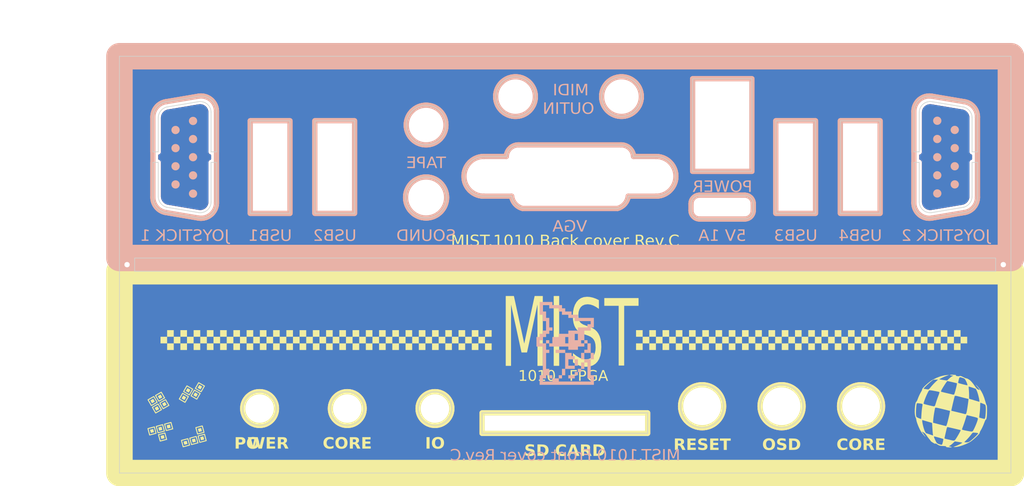
<source format=kicad_pcb>
(kicad_pcb (version 20240108) (generator "pcbnew") (generator_version "8.0")
  (title_block (title "MIST.1010 (covers)") (date "2024-12-31") (rev "C") (company "Eugene Lozovoy") (comment 2 "Thickness: 1.6mm") (comment 3 "Layers: 2") (comment 4 "Dimensions: 134.6x63mm"))
  (layers (0 "F.Cu" signal) (31 "B.Cu" signal) (34 "B.Paste" user) (35 "F.Paste" user) (36 "B.SilkS" user "B.Silkscreen") (37 "F.SilkS" user "F.Silkscreen") (38 "B.Mask" user) (39 "F.Mask" user) (44 "Edge.Cuts" user))
  (net 0 "")
  (net 1 "com")
  (footprint "LOGO" (layer "F.Cu") (at 202.7 114.6)
    (property "Reference" "G***" (hide yes))
    (property "Value" "LOGO" (hide yes))
  )
  (footprint "mygraphic:black-mage-12.5x8.6" (layer "B.Cu") (at 144.5 104.4 180)
    (property "Reference" "G***" (hide yes))
    (property "Value" "LOGO" (hide yes))
  )
  (gr_line (start 84.215403 67.877685) (end 89.141803 67.039485) (stroke (width 0.8)) (layer "B.SilkS"))
  (gr_rect (start 96.95 70.75) (end 102.95 84.75) (stroke (width 0.8)) (fill none) (layer "B.SilkS"))
  (gr_circle (center 88.310009 81.769983) (end 87.810009 81.769983) (stroke (width 0.25)) (fill solid) (layer "B.SilkS"))
  (gr_arc (start 199.857877 85.460511) (mid 197.971072 84.932285) (end 197.14969 83.153412) (stroke (width 0.8)) (layer "B.SilkS"))
  (gr_arc (start 204.784277 67.877681) (mid 206.191688 68.669426) (end 206.74969 70.18478) (stroke (width 0.8)) (layer "B.SilkS"))
  (gr_rect (start 163.744 64.4) (end 172.694 78.4) (stroke (width 0.8)) (fill none) (layer "B.SilkS"))
  (gr_line (start 132.217828 76.15) (end 135.617828 76.15) (stroke (width 0.8)) (layer "B.SilkS"))
  (gr_arc (start 84.215422 84.622298) (mid 82.808018 83.830548) (end 82.250009 82.315199) (stroke (width 0.8)) (layer "B.SilkS"))
  (gr_line (start 172.899 84.3) (end 172.899 83.3) (stroke (width 0.8)) (layer "B.SilkS"))
  (gr_line (start 132.217828 82.15) (end 136.417828 82.15) (stroke (width 0.8)) (layer "B.SilkS"))
  (gr_circle (center 153 67.1) (end 156 67.1) (stroke (width 0.8)) (fill none) (layer "B.SilkS"))
  (gr_circle (center 88.310009 76.259983) (end 87.810009 76.259983) (stroke (width 0.25)) (fill solid) (layer "B.SilkS"))
  (gr_line (start 154.817828 76.15) (end 158.217828 76.15) (stroke (width 0.8)) (layer "B.SilkS"))
  (gr_circle (center 85.670009 77.629983) (end 85.170009 77.629983) (stroke (width 0.25)) (fill solid) (layer "B.SilkS"))
  (gr_arc (start 82.250009 70.184767) (mid 82.807922 68.669337) (end 84.215422 67.877668) (stroke (width 0.8)) (layer "B.SilkS"))
  (gr_line (start 163.499 84.3) (end 163.499 83.3) (stroke (width 0.8)) (layer "B.SilkS"))
  (gr_rect (start 106.7 70.75) (end 112.7 84.75) (stroke (width 0.8)) (fill none) (layer "B.SilkS"))
  (gr_circle (center 200.68 73.51) (end 201.18 73.51) (stroke (width 0.25)) (fill solid) (layer "B.SilkS"))
  (gr_arc (start 138.053367 84) (mid 136.953364 83.324516) (end 136.417828 82.15) (stroke (width 0.8)) (layer "B.SilkS"))
  (gr_line (start 204.784277 84.622311) (end 199.857877 85.460511) (stroke (width 0.8)) (layer "B.SilkS"))
  (gr_line (start 137.492828 74.4) (end 152.907172 74.4) (stroke (width 0.8)) (layer "B.SilkS"))
  (gr_circle (center 200.68 70.75) (end 201.18 70.75) (stroke (width 0.25)) (fill solid) (layer "B.SilkS"))
  (gr_arc (start 199.48649 67.00978) (mid 199.672777 67.017215) (end 199.857877 67.039481) (stroke (width 0.8)) (layer "B.SilkS"))
  (gr_line (start 171.599 85.6) (end 164.799 85.6) (stroke (width 0.8)) (layer "B.SilkS"))
  (gr_line (start 89.141803 85.460515) (end 84.215403 84.622315) (stroke (width 0.8)) (layer "B.SilkS"))
  (gr_circle (center 203.32 77.63) (end 203.82 77.63) (stroke (width 0.25)) (fill solid) (layer "B.SilkS"))
  (gr_circle (center 85.670009 80.379983) (end 85.170009 80.379983) (stroke (width 0.25)) (fill solid) (layer "B.SilkS"))
  (gr_circle (center 123.5 71.4) (end 126.5 71.4) (stroke (width 0.8)) (fill none) (layer "B.SilkS"))
  (gr_line (start 199.857877 67.039481) (end 204.784277 67.877681) (stroke (width 0.8)) (layer "B.SilkS"))
  (gr_arc (start 152.907172 74.4) (mid 154.216898 74.888067) (end 154.817828 76.15) (stroke (width 0.8)) (layer "B.SilkS"))
  (gr_arc (start 158.217828 76.15) (mid 161.217828 79.15) (end 158.217828 82.15) (stroke (width 0.8)) (layer "B.SilkS"))
  (gr_arc (start 89.141803 67.039485) (mid 91.028623 67.567694) (end 91.84999 69.346584) (stroke (width 0.8)) (layer "B.SilkS"))
  (gr_arc (start 89.51319 85.490216) (mid 89.326904 85.482777) (end 89.141803 85.460515) (stroke (width 0.8)) (layer "B.SilkS"))
  (gr_arc (start 163.499 83.3) (mid 163.879761 82.380761) (end 164.799 82) (stroke (width 0.8)) (layer "B.SilkS"))
  (gr_arc (start 206.74969 82.315212) (mid 206.191714 83.830587) (end 204.784277 84.622311) (stroke (width 0.8)) (layer "B.SilkS"))
  (gr_line (start 206.74969 70.18478) (end 206.74969 82.315212) (stroke (width 0.8)) (layer "B.SilkS"))
  (gr_line (start 164.799 82) (end 171.599 82) (stroke (width 0.8)) (layer "B.SilkS"))
  (gr_circle (center 203.32 72.14) (end 203.82 72.14) (stroke (width 0.25)) (fill solid) (layer "B.SilkS"))
  (gr_arc (start 164.799 85.6) (mid 163.879761 85.219239) (end 163.499 84.3) (stroke (width 0.8)) (layer "B.SilkS"))
  (gr_arc (start 135.617827 76.15) (mid 136.196074 74.890085) (end 137.492828 74.4) (stroke (width 0.8)) (layer "B.SilkS"))
  (gr_arc (start 154.017828 82.15) (mid 153.496284 83.315825) (end 152.417831 83.999999) (stroke (width 0.8)) (layer "B.SilkS"))
  (gr_circle (center 203.32 80.37) (end 203.82 80.37) (stroke (width 0.25)) (fill solid) (layer "B.SilkS"))
  (gr_arc (start 132.217828 82.15) (mid 129.217828 79.15) (end 132.217828 76.15) (stroke (width 0.8)) (layer "B.SilkS"))
  (gr_rect (start 186.05 70.75) (end 192.05 84.75) (stroke (width 0.8)) (fill none) (layer "B.SilkS"))
  (gr_circle (center 200.68 81.74) (end 201.18 81.74) (stroke (width 0.25)) (fill solid) (layer "B.SilkS"))
  (gr_circle (center 88.310009 73.519983) (end 87.810009 73.519983) (stroke (width 0.25)) (fill solid) (layer "B.SilkS"))
  (gr_line (start 91.84999 69.346584) (end 91.84999 83.153416) (stroke (width 0.8)) (layer "B.SilkS"))
  (gr_circle (center 123.5 82.35) (end 126.6 82.35) (stroke (width 0.8)) (fill none) (layer "B.SilkS"))
  (gr_arc (start 197.14969 69.34658) (mid 197.83413 67.69422) (end 199.48649 67.00978) (stroke (width 0.8)) (layer "B.SilkS"))
  (gr_circle (center 200.68 76.26) (end 201.18 76.26) (stroke (width 0.25)) (fill solid) (layer "B.SilkS"))
  (gr_circle (center 85.670009 72.149983) (end 85.170009 72.149983) (stroke (width 0.25)) (fill solid) (layer "B.SilkS"))
  (gr_circle (center 88.310009 79.009983) (end 87.810009 79.009983) (stroke (width 0.25)) (fill solid) (layer "B.SilkS"))
  (gr_line (start 197.14969 83.153412) (end 197.14969 69.34658) (stroke (width 0.8)) (layer "B.SilkS"))
  (gr_rect (start 77.2 61) (end 211.8 91.5) (stroke (width 4)) (fill none) (layer "B.SilkS"))
  (gr_line (start 154.017828 82.15) (end 158.217828 82.15) (stroke (width 0.8)) (layer "B.SilkS"))
  (gr_line (start 82.24999 82.315216) (end 82.24999 70.184784) (stroke (width 0.8)) (layer "B.SilkS"))
  (gr_arc (start 91.84999 83.153416) (mid 91.165537 84.805763) (end 89.51319 85.490216) (stroke (width 0.8)) (layer "B.SilkS"))
  (gr_circle (center 203.32 74.89) (end 203.82 74.89) (stroke (width 0.25)) (fill solid) (layer "B.SilkS"))
  (gr_arc (start 172.899 84.3) (mid 172.518239 85.219239) (end 171.599 85.6) (stroke (width 0.8)) (layer "B.SilkS"))
  (gr_circle (center 85.670009 74.889983) (end 85.170009 74.889983) (stroke (width 0.25)) (fill solid) (layer "B.SilkS"))
  (gr_circle (center 88.310009 70.779983) (end 87.810009 70.779983) (stroke (width 0.25)) (fill solid) (layer "B.SilkS"))
  (gr_line (start 138.053367 84) (end 152.417831 83.999999) (stroke (width 0.8)) (layer "B.SilkS"))
  (gr_arc (start 171.599 82) (mid 172.518239 82.380761) (end 172.899 83.3) (stroke (width 0.8)) (layer "B.SilkS"))
  (gr_rect (start 176.3 70.75) (end 182.3 84.75) (stroke (width 0.8)) (fill none) (layer "B.SilkS"))
  (gr_circle (center 200.68 79) (end 201.18 79) (stroke (width 0.25)) (fill solid) (layer "B.SilkS"))
  (gr_circle (center 137 67.1) (end 140 67.1) (stroke (width 0.8)) (fill none) (layer "B.SilkS"))
  (gr_poly (pts (xy 82.728114 117.989269) (xy 81.762191 118.248087) (xy 81.503372 117.282159) (xy 82.469296 117.023339)) (stroke (width 0.15)) (fill none) (layer "F.SilkS"))
  (gr_rect (start 160.2 103.4) (end 161.2 104.4) (fill solid) (layer "F.SilkS"))
  (gr_poly (pts (xy 82.170045 114.055778) (xy 83.036071 113.555777) (xy 83.536071 114.421803) (xy 82.670046 114.921803)) (stroke (width 0.15)) (fill none) (layer "F.SilkS"))
  (gr_poly (pts (xy 89.255035 110.684467) (xy 89.688048 110.934467) (xy 89.438049 111.367479) (xy 89.005036 111.117479)) (fill solid) (layer "F.SilkS"))
  (gr_rect (start 170.2 103.4) (end 171.2 104.4) (fill solid) (layer "F.SilkS"))
  (gr_poly (pts (xy 89.163529 110.34296) (xy 90.029554 110.84296) (xy 89.529554 111.708985) (xy 88.663529 111.208985)) (stroke (width 0.15)) (fill none) (layer "F.SilkS"))
  (gr_rect (start 77.2 93.5) (end 211.8 124) (stroke (width 4)) (fill none) (layer "F.SilkS"))
  (gr_poly (pts (xy 86.737696 111.944627) (xy 87.603721 112.444627) (xy 87.103721 113.310652) (xy 86.237696 112.810652)) (stroke (width 0.15)) (fill none) (layer "F.SilkS"))
  (gr_rect (start 87.4 103.4) (end 88.4 104.4) (fill solid) (layer "F.SilkS"))
  (gr_rect (start 192.2 103.4) (end 193.2 104.4) (fill solid) (layer "F.SilkS"))
  (gr_rect (start 117.4 103.4) (end 118.4 104.4) (fill solid) (layer "F.SilkS"))
  (gr_rect (start 90.4 104.4) (end 91.4 105.4) (fill solid) (layer "F.SilkS"))
  (gr_rect (start 201.2 102.4) (end 202.2 103.4) (fill solid) (layer "F.SilkS"))
  (gr_rect (start 158.2 103.4) (end 159.2 104.4) (fill solid) (layer "F.SilkS"))
  (gr_rect (start 90.4 102.4) (end 91.4 103.4) (fill solid) (layer "F.SilkS"))
  (gr_circle (center 98.36 114.25) (end 100.91 114.25) (stroke (width 0.8)) (fill none) (layer "F.SilkS"))
  (gr_rect (start 101.4 103.4) (end 102.4 104.4) (fill solid) (layer "F.SilkS"))
  (gr_rect (start 112.4 104.4) (end 113.4 105.4) (fill solid) (layer "F.SilkS"))
  (gr_rect (start 111.4 103.4) (end 112.4 104.4) (fill solid) (layer "F.SilkS"))
  (gr_rect (start 98.4 102.4) (end 99.4 103.4) (fill solid) (layer "F.SilkS"))
  (gr_rect (start 179.2 102.4) (end 180.2 103.4) (fill solid) (layer "F.SilkS"))
  (gr_rect (start 191.2 104.4) (end 192.2 105.4) (fill solid) (layer "F.SilkS"))
  (gr_rect (start 95.4 103.4) (end 96.4 104.4) (fill solid) (layer "F.SilkS"))
  (gr_circle (center 124.8375 114.25) (end 127.3875 114.25) (stroke (width 0.8)) (fill none) (layer "F.SilkS"))
  (gr_poly (pts (xy 86.829202 112.286133) (xy 87.262215 112.536132) (xy 87.012214 112.969145) (xy 86.579203 112.719146)) (fill solid) (layer "F.SilkS"))
  (gr_poly (pts (xy 89.044977 117.313966) (xy 89.52794 117.184556) (xy 89.657349 117.667519) (xy 89.174386 117.796929)) (fill solid) (layer "F.SilkS"))
  (gr_rect (start 165.2 102.4) (end 166.2 103.4) (fill solid) (layer "F.SilkS"))
  (gr_rect (start 84.4 104.4) (end 85.4 105.4) (fill solid) (layer "F.SilkS"))
  (gr_rect (start 157.2 102.4) (end 158.2 103.4) (fill solid) (layer "F.SilkS"))
  (gr_rect (start 120.4 102.4) (end 121.4 103.4) (fill solid) (layer "F.SilkS"))
  (gr_poly (pts (xy 89.075255 118.392893) (xy 90.041181 118.134074) (xy 90.3 119.1) (xy 89.334074 119.358819)) (stroke (width 0.15)) (fill none) (layer "F.SilkS"))
  (gr_rect (start 179.2 104.4) (end 180.2 105.4) (fill solid) (layer "F.SilkS"))
  (gr_rect (start 106.4 102.4) (end 107.4 103.4) (fill solid) (layer "F.SilkS"))
  (gr_rect (start 130.4 102.4) (end 131.4 103.4) (fill solid) (layer "F.SilkS"))
  (gr_rect (start 169.2 102.4) (end 170.2 103.4) (fill solid) (layer "F.SilkS"))
  (gr_rect (start 86.4 102.4) (end 87.4 103.4) (fill solid) (layer "F.SilkS"))
  (gr_rect (start 175.2 102.4) (end 176.2 103.4) (fill solid) (layer "F.SilkS"))
  (gr_rect (start 204.2 103.4) (end 205.2 104.4) (fill solid) (layer "F.SilkS"))
  (gr_rect (start 102.4 104.4) (end 103.4 105.4) (fill solid) (layer "F.SilkS"))
  (gr_rect (start 182.2 103.4) (end 183.2 104.4) (fill solid) (layer "F.SilkS"))
  (gr_rect (start 121.4 103.4) (end 122.4 104.4) (fill solid) (layer "F.SilkS"))
  (gr_rect (start 195.2 104.4) (end 196.2 105.4) (fill solid) (layer "F.SilkS"))
  (gr_rect (start 84.4 102.4) (end 85.4 103.4) (fill solid) (layer "F.SilkS"))
  (gr_rect (start 127.4 103.4) (end 128.4 104.4) (fill solid) (layer "F.SilkS"))
  (gr_poly (pts (xy 82.511552 114.147284) (xy 82.944565 113.897284) (xy 83.194565 114.330297) (xy 82.761552 114.580297)) (fill solid) (layer "F.SilkS"))
  (gr_poly (pts (xy 82.42193 117.812488) (xy 81.938968 117.941899) (xy 81.809556 117.458935) (xy 82.29252 117.329524)) (fill solid) (layer "F.SilkS"))
  (gr_poly (pts (xy 87.479203 111.160299) (xy 87.912215 111.4103) (xy 87.662215 111.843313) (xy 87.229202 111.593312)) (fill solid) (layer "F.SilkS"))
  (gr_rect (start 195.2 102.4) (end 196.2 103.4) (fill solid) (layer "F.SilkS"))
  (gr_rect (start 177.2 104.4) (end 178.2 105.4) (fill solid) (layer "F.SilkS"))
  (gr_rect (start 157.2 104.4) (end 158.2 105.4) (fill solid) (layer "F.SilkS"))
  (gr_poly (pts (xy 87.819552 118.729357) (xy 88.785477 118.470538) (xy 89.044296 119.436464) (xy 88.078371 119.695283)) (stroke (width 0.15)) (fill none) (layer "F.SilkS"))
  (gr_rect (start 183.2 102.4) (end 184.2 103.4) (fill solid) (layer "F.SilkS"))
  (gr_poly (pts (xy 88.513529 111.468793) (xy 89.379555 111.968793) (xy 88.879554 112.834819) (xy 88.013529 112.334819)) (stroke (width 0.15)) (fill none) (layer "F.SilkS"))
  (gr_rect (start 162.2 103.4) (end 163.2 104.4) (fill solid) (layer "F.SilkS"))
  (gr_poly (pts (xy 84.014779 116.609231) (xy 84.980705 116.350413) (xy 85.239524 117.316337) (xy 84.273598 117.575156)) (stroke (width 0.15)) (fill none) (layer "F.SilkS"))
  (gr_rect (start 126.4 104.4) (end 127.4 105.4) (fill solid) (layer "F.SilkS"))
  (gr_poly (pts (xy 83.677634 117.476025) (xy 83.19467 117.605436) (xy 83.065263 117.122472) (xy 83.548225 116.993063)) (fill solid) (layer "F.SilkS"))
  (gr_rect (start 122.4 104.4) (end 123.4 105.4) (fill solid) (layer "F.SilkS"))
  (gr_rect (start 155.2 104.4) (end 156.2 105.4) (fill solid) (layer "F.SilkS"))
  (gr_rect (start 114.4 104.4) (end 115.4 105.4) (fill solid) (layer "F.SilkS"))
  (gr_rect (start 161.2 104.4) (end 162.2 105.4) (fill solid) (layer "F.SilkS"))
  (gr_rect (start 105.4 103.4) (end 106.4 104.4) (fill solid) (layer "F.SilkS"))
  (gr_rect (start 186.2 103.4) (end 187.2 104.4) (fill solid) (layer "F.SilkS"))
  (gr_rect (start 155.2 102.4) (end 156.2 103.4) (fill solid) (layer "F.SilkS"))
  (gr_rect (start 193.2 104.4) (end 194.2 105.4) (fill solid) (layer "F.SilkS"))
  (gr_poly (pts (xy 81.520046 112.929945) (xy 82.386072 112.429945) (xy 82.886072 113.29597) (xy 82.020046 113.79597)) (stroke (width 0.15)) (fill none) (layer "F.SilkS"))
  (gr_circle (center 111.6 114.25) (end 114.15 114.25) (stroke (width 0.8)) (fill none) (layer "F.SilkS"))
  (gr_rect (start 166.2 103.4) (end 167.2 104.4) (fill solid) (layer "F.SilkS"))
  (gr_rect (start 163.2 104.4) (end 164.2 105.4) (fill solid) (layer "F.SilkS"))
  (gr_rect (start 156.2 103.4) (end 157.2 104.4) (fill solid) (layer "F.SilkS"))
  (gr_rect (start 173.2 104.4) (end 174.2 105.4) (fill solid) (layer "F.SilkS"))
  (gr_rect (start 164.2 103.4) (end 165.2 104.4) (fill solid) (layer "F.SilkS"))
  (gr_poly (pts (xy 87.387696 110.818793) (xy 88.253722 111.318793) (xy 87.753722 112.184819) (xy 86.887696 111.684819)) (stroke (width 0.15)) (fill none) (layer "F.SilkS"))
  (gr_rect (start 93.4 103.4) (end 94.4 104.4) (fill solid) (layer "F.SilkS"))
  (gr_rect (start 180.2 103.4) (end 181.2 104.4) (fill solid) (layer "F.SilkS"))
  (gr_rect (start 176.2 103.4) (end 177.2 104.4) (fill solid) (layer "F.SilkS"))
  (gr_rect (start 190.2 103.4) (end 191.2 104.4) (fill solid) (layer "F.SilkS"))
  (gr_rect (start 132.4 102.4) (end 133.4 103.4) (fill solid) (layer "F.SilkS"))
  (gr_rect (start 96.4 104.4) (end 97.4 105.4) (fill solid) (layer "F.SilkS"))
  (gr_rect (start 163.2 102.4) (end 164.2 103.4) (fill solid) (layer "F.SilkS"))
  (gr_rect (start 109.4 103.4) (end 110.4 104.4) (fill solid) (layer "F.SilkS"))
  (gr_rect (start 159.2 102.4) (end 160.2 103.4) (fill solid) (layer "F.SilkS"))
  (gr_rect (start 124.4 104.4) (end 125.4 105.4) (fill solid) (layer "F.SilkS"))
  (gr_rect (start 103.4 103.4) (end 104.4 104.4) (fill solid) (layer "F.SilkS"))
  (gr_rect (start 187.2 104.4) (end 188.2 105.4) (fill solid) (layer "F.SilkS"))
  (gr_rect (start 124.4 102.4) (end 125.4 103.4) (fill solid) (layer "F.SilkS"))
  (gr_rect (start 83.4 103.4) (end 84.4 104.4) (fill solid) (layer "F.SilkS"))
  (gr_rect (start 108.4 104.4) (end 109.4 105.4) (fill solid) (layer "F.SilkS"))
  (gr_rect (start 174.2 103.4) (end 175.2 104.4) (fill solid) (layer "F.SilkS"))
  (gr_rect (start 104.4 102.4) (end 105.4 103.4) (fill solid) (layer "F.SilkS"))
  (gr_rect (start 159.2 104.4) (end 160.2 105.4) (fill solid) (layer "F.SilkS"))
  (gr_rect (start 118.4 102.4) (end 119.4 103.4) (fill solid) (layer "F.SilkS"))
  (gr_rect (start 112.4 102.4) (end 113.4 103.4) (fill solid) (layer "F.SilkS"))
  (gr_rect (start 131.4 103.4) (end 132.4 104.4) (fill solid) (layer "F.SilkS"))
  (gr_rect (start 203.2 102.4) (end 204.2 103.4) (fill solid) (layer "F.SilkS"))
  (gr_rect (start 197.2 104.4) (end 198.2 105.4) (fill solid) (layer "F.SilkS"))
  (gr_poly (pts (xy 83.98382 117.652801) (xy 83.017894 117.91162) (xy 82.759073 116.945694) (xy 83.725001 116.686876)) (stroke (width 0.15)) (fill none) (layer "F.SilkS"))
  (gr_rect (start 130.4 104.4) (end 131.4 105.4) (fill solid) (layer "F.SilkS"))
  (gr_rect (start 116.4 104.4) (end 117.4 105.4) (fill solid) (layer "F.SilkS"))
  (gr_rect (start 188.2 103.4) (end 189.2 104.4) (fill solid) (layer "F.SilkS"))
  (gr_poly (pts (xy 82.645878 112.279945) (xy 83.511904 111.779945) (xy 84.011904 112.64597) (xy 83.145878 113.14597)) (stroke (width 0.15)) (fill none) (layer "F.SilkS"))
  (gr_rect (start 178.2 103.4) (end 179.2 104.4) (fill solid) (layer "F.SilkS"))
  (gr_rect (start 99.4 103.4) (end 100.4 104.4) (fill solid) (layer "F.SilkS"))
  (gr_rect (start 199.2 104.4) (end 200.2 105.4) (fill solid) (layer "F.SilkS"))
  (gr_rect (start 181.2 102.4) (end 182.2 103.4) (fill solid) (layer "F.SilkS"))
  (gr_rect (start 198.2 103.4) (end 199.2 104.4) (fill solid) (layer "F.SilkS"))
  (gr_rect (start 92.4 104.4) (end 93.4 105.4) (fill solid) (layer "F.SilkS"))
  (gr_rect (start 91.4 103.4) (end 92.4 104.4) (fill solid) (layer "F.SilkS"))
  (gr_rect (start 125.4 103.4) (end 126.4 104.4) (fill solid) (layer "F.SilkS"))
  (gr_rect (start 100.4 102.4) (end 101.4 103.4) (fill solid) (layer "F.SilkS"))
  (gr_rect (start 88.4 102.4) (end 89.4 103.4) (fill solid) (layer "F.SilkS"))
  (gr_poly (pts (xy 83.637385 113.497284) (xy 84.070398 113.247284) (xy 84.320398 113.680297) (xy 83.887385 113.930296)) (fill solid) (layer "F.SilkS"))
  (gr_rect (start 189.2 102.4) (end 190.2 103.4) (fill solid) (layer "F.SilkS"))
  (gr_rect (start 197.2 102.4) (end 198.2 103.4) (fill solid) (layer "F.SilkS"))
  (gr_rect (start 116.4 102.4) (end 117.4 103.4) (fill solid) (layer "F.SilkS"))
  (gr_rect (start 202.2 103.4) (end 203.2 104.4) (fill solid) (layer "F.SilkS"))
  (gr_rect (start 122.4 102.4) (end 123.4 103.4) (fill solid) (layer "F.SilkS"))
  (gr_rect (start 171.2 104.4) (end 172.2 105.4) (fill solid) (layer "F.SilkS"))
  (gr_rect (start 167.2 104.4) (end 168.2 105.4) (fill solid) (layer "F.SilkS"))
  (gr_rect (start 94.4 104.4) (end 95.4 105.4) (fill solid) (layer "F.SilkS"))
  (gr_circle (center 177.175 113.9) (end 180.425 113.9) (stroke (width 0.8)) (fill none) (layer "F.SilkS"))
  (gr_rect (start 106.4 104.4) (end 107.4 105.4) (fill solid) (layer "F.SilkS"))
  (gr_rect (start 128.4 104.4) (end 129.4 105.4) (fill solid) (layer "F.SilkS"))
  (gr_rect (start 94.4 102.4) (end 95.4 103.4) (fill solid) (layer "F.SilkS"))
  (gr_rect (start 169.2 104.4) (end 170.2 105.4) (fill solid) (layer "F.SilkS"))
  (gr_rect (start 184.2 103.4) (end 185.2 104.4) (fill solid) (layer "F.SilkS"))
  (gr_rect (start 168.2 103.4) (end 169.2 104.4) (fill solid) (layer "F.SilkS"))
  (gr_rect (start 97.4 103.4) (end 98.4 104.4) (fill solid) (layer "F.SilkS"))
  (gr_poly (pts (xy 89.381441 118.569669) (xy 89.864404 118.44026) (xy 89.993814 118.923223) (xy 89.510851 119.052632)) (fill solid) (layer "F.SilkS"))
  (gr_rect (start 200.2 103.4) (end 201.2 104.4) (fill solid) (layer "F.SilkS"))
  (gr_rect (start 119.4 103.4) (end 120.4 104.4) (fill solid) (layer "F.SilkS"))
  (gr_poly (pts (xy 84.320284 118.908507) (xy 83.35436 119.167327) (xy 83.095541 118.201398) (xy 84.061466 117.94258)) (stroke (width 0.15)) (fill none) (layer "F.SilkS"))
  (gr_rect (start 89.4 103.4) (end 90.4 104.4) (fill solid) (layer "F.SilkS"))
  (gr_rect (start 181.2 104.4) (end 182.2 105.4) (fill solid) (layer "F.SilkS"))
  (gr_rect (start 92.4 102.4) (end 93.4 103.4) (fill solid) (layer "F.SilkS"))
  (gr_rect (start 110.4 102.4) (end 111.4 103.4) (fill solid) (layer "F.SilkS"))
  (gr_rect (start 167.2 102.4) (end 168.2 103.4) (fill solid) (layer "F.SilkS"))
  (gr_circle (center 165.175 113.9) (end 168.425 113.9) (stroke (width 0.8)) (fill none) (layer "F.SilkS"))
  (gr_poly (pts (xy 84.933335 117.139562) (xy 84.450375 117.268969) (xy 84.320964 116.786004) (xy 84.803927 116.656597)) (fill solid) (layer "F.SilkS"))
  (gr_rect (start 102.4 102.4) (end 103.4 103.4) (fill solid) (layer "F.SilkS"))
  (gr_poly (pts (xy 81.861552 113.021451) (xy 82.294565 112.771451) (xy 82.544564 113.204464) (xy 82.111552 113.454464)) (fill solid) (layer "F.SilkS"))
  (gr_rect (start 123.4 103.4) (end 124.4 104.4) (fill solid) (layer "F.SilkS"))
  (gr_rect (start 193.2 102.4) (end 194.2 103.4) (fill solid) (layer "F.SilkS"))
  (gr_rect (start 183.2 104.4) (end 184.2 105.4) (fill solid) (layer "F.SilkS"))
  (gr_rect (start 115.4 103.4) (end 116.4 104.4) (fill solid) (layer "F.SilkS"))
  (gr_rect (start 88.4 104.4) (end 89.4 105.4) (fill solid) (layer "F.SilkS"))
  (gr_rect (start 114.4 102.4) (end 115.4 103.4) (fill solid) (layer "F.SilkS"))
  (gr_rect (start 191.2 102.4) (end 192.2 103.4) (fill solid) (layer "F.SilkS"))
  (gr_poly (pts (xy 86.563848 119.065822) (xy 87.529774 118.807003) (xy 87.788593 119.772929) (xy 86.822667 120.031748)) (stroke (width 0.15)) (fill none) (layer "F.SilkS"))
  (gr_circle (center 189.175 113.9) (end 192.425 113.9) (stroke (width 0.8)) (fill none) (layer "F.SilkS"))
  (gr_poly (pts (xy 84.014099 118.731728) (xy 83.531137 118.861137) (xy 83.401725 118.378177) (xy 83.884689 118.248767)) (fill solid) (layer "F.SilkS"))
  (gr_rect (start 107.4 103.4) (end 108.4 104.4) (fill solid) (layer "F.SilkS"))
  (gr_rect (start 108.4 102.4) (end 109.4 103.4) (fill solid) (layer "F.SilkS"))
  (gr_rect (start 185.2 102.4) (end 186.2 103.4) (fill solid) (layer "F.SilkS"))
  (gr_rect (start 104.4 104.4) (end 105.4 105.4) (fill solid) (layer "F.SilkS"))
  (gr_rect (start 196.2 103.4) (end 197.2 104.4) (fill solid) (layer "F.SilkS"))
  (gr_rect (start 96.4 102.4) (end 97.4 103.4) (fill solid) (layer "F.SilkS"))
  (gr_poly (pts (xy 83.295879 113.405778) (xy 84.161904 112.905778) (xy 84.661904 113.771804) (xy 83.795879 114.271804)) (stroke (width 0.15)) (fill none) (layer "F.SilkS"))
  (gr_rect (start 177.2 102.4) (end 178.2 103.4) (fill solid) (layer "F.SilkS"))
  (gr_rect (start 129.4 103.4) (end 130.4 104.4) (fill solid) (layer "F.SilkS"))
  (gr_rect (start 185.2 104.4) (end 186.2 105.4) (fill solid) (layer "F.SilkS"))
  (gr_rect (start 86.4 104.4) (end 87.4 105.4) (fill solid) (layer "F.SilkS"))
  (gr_rect (start 172.2 103.4) (end 173.2 104.4) (fill solid) (layer "F.SilkS"))
  (gr_rect (start 126.4 102.4) (end 127.4 103.4) (fill solid) (layer "F.SilkS"))
  (gr_rect (start 100.4 104.4) (end 101.4 105.4) (fill solid) (layer "F.SilkS"))
  (gr_rect (start 203.2 104.4) (end 204.2 105.4) (fill solid) (layer "F.SilkS"))
  (gr_rect (start 110.4 104.4) (end 111.4 105.4) (fill solid) (layer "F.SilkS"))
  (gr_poly (pts (xy 88.125738 118.906134) (xy 88.608701 118.776725) (xy 88.73811 119.259688) (xy 88.255147 119.389097)) (fill solid) (layer "F.SilkS"))
  (gr_rect (start 194.2 103.4) (end 195.2 104.4) (fill solid) (layer "F.SilkS"))
  (gr_rect (start 189.2 104.4) (end 190.2 105.4) (fill solid) (layer "F.SilkS"))
  (gr_rect (start 187.2 102.4) (end 188.2 103.4) (fill solid) (layer "F.SilkS"))
  (gr_rect (start 199.2 102.4) (end 200.2 103.4) (fill solid) (layer "F.SilkS"))
  (gr_rect (start 132.4 104.4) (end 133.4 105.4) (fill solid) (layer "F.SilkS"))
  (gr_rect (start 85.4 103.4) (end 86.4 104.4) (fill solid) (layer "F.SilkS"))
  (gr_rect (start 118.4 104.4) (end 119.4 105.4) (fill solid) (layer "F.SilkS"))
  (gr_rect (start 113.4 103.4) (end 114.4 104.4) (fill solid) (layer "F.SilkS"))
  (gr_rect (start 98.4 104.4) (end 99.4 105.4) (fill solid) (layer "F.SilkS"))
  (gr_poly (pts (xy 88.73879 117.137189) (xy 89.704716 116.87837) (xy 89.963535 117.844296) (xy 88.997609 118.103115)) (stroke (width 0.15)) (fill none) (layer "F.SilkS"))
  (gr_rect (start 201.2 104.4) (end 202.2 105.4) (fill solid) (layer "F.SilkS"))
  (gr_rect (start 173.2 102.4) (end 174.2 103.4) (fill solid) (layer "F.SilkS"))
  (gr_rect (start 128.4 102.4) (end 129.4 103.4) (fill solid) (layer "F.SilkS"))
  (gr_rect (start 161.2 102.4) (end 162.2 103.4) (fill solid) (layer "F.SilkS"))
  (gr_rect (start 120.4 104.4) (end 121.4 105.4) (fill solid) (layer "F.SilkS"))
  (gr_poly (pts (xy 88.605035 111.810299) (xy 89.038048 112.0603) (xy 88.788048 112.493313) (xy 88.355036 112.243312)) (fill solid) (layer "F.SilkS"))
  (gr_rect (start 165.2 104.4) (end 166.2 105.4) (fill solid) (layer "F.SilkS"))
  (gr_poly (pts (xy 82.987386 112.371451) (xy 83.420397 112.121451) (xy 83.670398 112.554463) (xy 83.237385 112.804464)) (fill solid) (layer "F.SilkS"))
  (gr_rect (start 131.95 114.9) (end 156.95 118) (stroke (width 0.8)) (fill none) (layer "F.SilkS"))
  (gr_rect (start 175.2 104.4) (end 176.2 105.4) (fill solid) (layer "F.SilkS"))
  (gr_rect (start 171.2 102.4) (end 172.2 103.4) (fill solid) (layer "F.SilkS"))
  (gr_poly (pts (xy 86.870034 119.242599) (xy 87.352997 119.113189) (xy 87.482407 119.596152) (xy 86.999444 119.725562)) (fill solid) (layer "F.SilkS"))
  (gr_arc (start 91.85 83.153416) (mid 91.165567 84.80579) (end 89.51319 85.490216) (stroke (width 0.1)) (layer "Edge.Cuts"))
  (gr_line (start 205.939389 77.049975) (end 205.939389 82.253069) (stroke (width 0.1)) (layer "Edge.Cuts"))
  (gr_line (start 91.84999 77.049996) (end 91.03999 77.049996) (stroke (width 0.1)) (layer "Edge.Cuts"))
  (gr_line (start 171.599 85.6) (end 164.799 85.6) (stroke (width 0.1)) (layer "Edge.Cuts"))
  (gr_line (start 84.331589 83.824808) (end 89.1124 84.629552) (stroke (width 0.1)) (layer "Edge.Cuts"))
  (gr_arc (start 132.217828 82.15) (mid 129.217828 79.15) (end 132.217828 76.15) (stroke (width 0.1)) (layer "Edge.Cuts"))
  (gr_arc (start 84.331589 83.824808) (mid 83.438779 83.246809) (end 83.05968 82.25309) (stroke (width 0.1)) (layer "Edge.Cuts"))
  (gr_rect (start 131.95 114.9) (end 156.95 118) (stroke (width 0.1)) (fill none) (layer "Edge.Cuts"))
  (gr_line (start 83.05968 77.049996) (end 82.24968 77.049996) (stroke (width 0.1)) (layer "Edge.Cuts"))
  (gr_arc (start 206.74968 82.315212) (mid 206.191763 83.830636) (end 204.784267 84.622311) (stroke (width 0.1)) (layer "Edge.Cuts"))
  (gr_line (start 84.215403 67.877685) (end 89.141803 67.039485) (stroke (width 0.1)) (layer "Edge.Cuts"))
  (gr_arc (start 154.017828 82.15) (mid 153.496284 83.315825) (end 152.417831 83.999999) (stroke (width 0.1)) (layer "Edge.Cuts"))
  (gr_circle (center 98.36 114.25) (end 100.91 114.25) (stroke (width 0.1)) (fill none) (layer "Edge.Cuts"))
  (gr_arc (start 152.907172 74.4) (mid 154.216898 74.888067) (end 154.817828 76.15) (stroke (width 0.1)) (layer "Edge.Cuts"))
  (gr_line (start 83.0603 75.450004) (end 83.0603 70.24691) (stroke (width 0.1)) (layer "Edge.Cuts"))
  (gr_arc (start 205.939388 82.253069) (mid 205.560287 83.246781) (end 204.667479 83.824787) (stroke (width 0.1)) (layer "Edge.Cuts"))
  (gr_line (start 204.784286 84.622294) (end 199.857886 85.460494) (stroke (width 0.1)) (layer "Edge.Cuts"))
  (gr_line (start 84.33221 68.675192) (end 89.1124 67.870448) (stroke (width 0.1)) (layer "Edge.Cuts"))
  (gr_circle (center 165.175 113.9) (end 168.425 113.9) (stroke (width 0.1)) (fill none) (layer "Edge.Cuts"))
  (gr_arc (start 84.215422 84.622298) (mid 82.808038 83.83053) (end 82.250009 82.315199) (stroke (width 0.1)) (layer "Edge.Cuts"))
  (gr_circle (center 124.8375 114.25) (end 127.3875 114.25) (stroke (width 0.1)) (fill none) (layer "Edge.Cuts"))
  (gr_circle (center 137 67.1) (end 140 67.1) (stroke (width 0.1)) (fill none) (layer "Edge.Cuts"))
  (gr_line (start 204.6681 68.675171) (end 199.887289 67.870427) (stroke (width 0.1)) (layer "Edge.Cuts"))
  (gr_line (start 197.959699 77.049975) (end 197.959685 83.056929) (stroke (width 0.1)) (layer "Edge.Cuts"))
  (gr_line (start 154.817828 76.15) (end 158.217828 76.15) (stroke (width 0.1)) (layer "Edge.Cuts"))
  (gr_line (start 132.217828 82.15) (end 136.417828 82.15) (stroke (width 0.1)) (layer "Edge.Cuts"))
  (gr_line (start 91.03999 77.049996) (end 91.040004 83.05695) (stroke (width 0.1)) (layer "Edge.Cuts"))
  (gr_line (start 172.899 84.3) (end 172.899 83.3) (stroke (width 0.1)) (layer "Edge.Cuts"))
  (gr_line (start 205.940009 75.449983) (end 205.940009 70.246889) (stroke (width 0.1)) (layer "Edge.Cuts"))
  (gr_line (start 91.84999 75.450004) (end 91.03999 75.450004) (stroke (width 0.1)) (layer "Edge.Cuts"))
  (gr_arc (start 204.784267 67.877681) (mid 206.191642 68.669452) (end 206.74968 70.18478) (stroke (width 0.1)) (layer "Edge.Cuts"))
  (gr_arc (start 138.053367 84) (mid 136.953364 83.324516) (end 136.417828 82.15) (stroke (width 0.1)) (layer "Edge.Cuts"))
  (gr_line (start 83.0603 75.450004) (end 82.2503 75.450004) (stroke (width 0.1)) (layer "Edge.Cuts"))
  (gr_line (start 211.8 124) (end 77.2 124) (stroke (width 0.1)) (layer "Edge.Cuts"))
  (gr_line (start 197.149699 83.153395) (end 197.149699 77.049975) (stroke (width 0.1)) (layer "Edge.Cuts"))
  (gr_line (start 154.017828 82.15) (end 158.217828 82.15) (stroke (width 0.1)) (layer "Edge.Cuts"))
  (gr_line (start 77.2 61) (end 211.8 61) (stroke (width 0.1)) (layer "Edge.Cuts"))
  (gr_arc (start 199.857886 85.460494) (mid 197.971082 84.932265) (end 197.149682 83.153395) (stroke (width 0.1)) (layer "Edge.Cuts"))
  (gr_line (start 204.667479 83.824787) (end 199.887289 84.629531) (stroke (width 0.1)) (layer "Edge.Cuts"))
  (gr_circle (center 153 67.1) (end 156 67.1) (stroke (width 0.1)) (fill none) (layer "Edge.Cuts"))
  (gr_arc (start 197.149689 69.346563) (mid 197.834136 67.694207) (end 199.486499 67.009763) (stroke (width 0.1)) (layer "Edge.Cuts"))
  (gr_line (start 206.749699 70.184763) (end 206.750009 75.449983) (stroke (width 0.1)) (layer "Edge.Cuts"))
  (gr_line (start 77.2 124) (end 77.2 61) (stroke (width 0.1)) (layer "Edge.Cuts"))
  (gr_arc (start 171.599 82) (mid 172.518239 82.380761) (end 172.899 83.3) (stroke (width 0.1)) (layer "Edge.Cuts"))
  (gr_line (start 206.749389 77.049975) (end 206.749699 82.315195) (stroke (width 0.1)) (layer "Edge.Cuts"))
  (gr_arc (start 89.1124 67.870448) (mid 90.432916 68.219511) (end 91.040004 69.44305) (stroke (width 0.1)) (layer "Edge.Cuts"))
  (gr_arc (start 89.51319 85.490216) (mid 89.326903 85.482779) (end 89.141803 85.460515) (stroke (width 0.1)) (layer "Edge.Cuts"))
  (gr_arc (start 135.617829 76.15) (mid 136.196063 74.890057) (end 137.49283 74.399948) (stroke (width 0.1)) (layer "Edge.Cuts"))
  (gr_arc (start 83.060301 70.24691) (mid 83.4394 69.253191) (end 84.33221 68.675192) (stroke (width 0.1)) (layer "Edge.Cuts"))
  (gr_arc (start 164.799 85.6) (mid 163.879761 85.219239) (end 163.499 84.3) (stroke (width 0.1)) (layer "Edge.Cuts"))
  (gr_circle (center 189.175 113.9) (end 192.425 113.9) (stroke (width 0.1)) (fill none) (layer "Edge.Cuts"))
  (gr_arc (start 204.6681 68.675171) (mid 205.560926 69.253165) (end 205.940009 70.246889) (stroke (width 0.1)) (layer "Edge.Cuts"))
  (gr_line (start 91.03999 75.450004) (end 91.040004 69.44305) (stroke (width 0.1)) (layer "Edge.Cuts"))
  (gr_line (start 205.940009 75.449983) (end 206.750009 75.449983) (stroke (width 0.1)) (layer "Edge.Cuts"))
  (gr_line (start 79.5 91.5) (end 79.5 93.5) (stroke (width 0.1)) (layer "Edge.Cuts"))
  (gr_line (start 205.939389 77.049975) (end 206.749389 77.049975) (stroke (width 0.1)) (layer "Edge.Cuts"))
  (gr_line (start 209.5 93.5) (end 209.5 91.5) (stroke (width 0.1)) (layer "Edge.Cuts"))
  (gr_line (start 211.8 61) (end 211.8 124) (stroke (width 0.1)) (layer "Edge.Cuts"))
  (gr_arc (start 158.217828 76.15) (mid 161.217828 79.15) (end 158.217828 82.15) (stroke (width 0.1)) (layer "Edge.Cuts"))
  (gr_arc (start 163.499 83.3) (mid 163.879761 82.380761) (end 164.799 82) (stroke (width 0.1)) (layer "Edge.Cuts"))
  (gr_arc (start 172.899 84.3) (mid 172.518239 85.219239) (end 171.599 85.6) (stroke (width 0.1)) (layer "Edge.Cuts"))
  (gr_arc (start 199.486499 67.009763) (mid 199.672785 67.017205) (end 199.857886 67.039464) (stroke (width 0.1)) (layer "Edge.Cuts"))
  (gr_line (start 83.05968 77.049996) (end 83.05968 82.25309) (stroke (width 0.1)) (layer "Edge.Cuts"))
  (gr_arc (start 82.250009 70.184767) (mid 82.807922 68.669337) (end 84.215422 67.877668) (stroke (width 0.1)) (layer "Edge.Cuts"))
  (gr_arc (start 89.141803 67.039485) (mid 91.028624 67.567698) (end 91.850007 69.346584) (stroke (width 0.1)) (layer "Edge.Cuts"))
  (gr_arc (start 91.040004 83.05695) (mid 90.432914 84.280488) (end 89.1124 84.629552) (stroke (width 0.1)) (layer "Edge.Cuts"))
  (gr_rect (start 186.05 70.75) (end 192.05 84.75) (stroke (width 0.1)) (fill none) (layer "Edge.Cuts"))
  (gr_line (start 197.959699 75.449983) (end 197.959685 69.443029) (stroke (width 0.1)) (layer "Edge.Cuts"))
  (gr_line (start 197.149699 77.049975) (end 197.959699 77.049975) (stroke (width 0.1)) (layer "Edge.Cuts"))
  (gr_circle (center 111.6 114.25) (end 114.15 114.25) (stroke (width 0.1)) (fill none) (layer "Edge.Cuts"))
  (gr_rect (start 176.3 70.75) (end 182.3 84.75) (stroke (width 0.1)) (fill none) (layer "Edge.Cuts"))
  (gr_line (start 89.141803 85.460515) (end 84.215403 84.622315) (stroke (width 0.1)) (layer "Edge.Cuts"))
  (gr_line (start 197.149699 75.449983) (end 197.959699 75.449983) (stroke (width 0.1)) (layer "Edge.Cuts"))
  (gr_line (start 137.492828 74.4) (end 152.907172 74.4) (stroke (width 0.1)) (layer "Edge.Cuts"))
  (gr_line (start 197.149699 75.449983) (end 197.149689 69.346563) (stroke (width 0.1)) (layer "Edge.Cuts"))
  (gr_rect (start 96.95 70.75) (end 102.95 84.75) (stroke (width 0.1)) (fill none) (layer "Edge.Cuts"))
  (gr_rect (start 163.744 64.4) (end 172.694 78.4) (stroke (width 0.1)) (fill none) (layer "Edge.Cuts"))
  (gr_line (start 79.5 93.5) (end 209.5 93.5) (stroke (width 0.1)) (layer "Edge.Cuts"))
  (gr_arc (start 197.959685 69.443029) (mid 198.566786 68.219533) (end 199.887289 67.870427) (stroke (width 0.1)) (layer "Edge.Cuts"))
  (gr_line (start 82.2503 75.450004) (end 82.24999 70.184784) (stroke (width 0.1)) (layer "Edge.Cuts"))
  (gr_rect (start 106.7 70.75) (end 112.7 84.75) (stroke (width 0.1)) (fill none) (layer "Edge.Cuts"))
  (gr_arc (start 199.887289 84.629531) (mid 198.566744 84.280487) (end 197.959685 83.056929) (stroke (width 0.1)) (layer "Edge.Cuts"))
  (gr_line (start 164.799 82) (end 171.599 82) (stroke (width 0.1)) (layer "Edge.Cuts"))
  (gr_line (start 132.217828 76.15) (end 135.617828 76.15) (stroke (width 0.1)) (layer "Edge.Cuts"))
  (gr_line (start 199.857886 67.039464) (end 204.784286 67.877664) (stroke (width 0.1)) (layer "Edge.Cuts"))
  (gr_line (start 91.84999 77.049996) (end 91.85 83.153416) (stroke (width 0.1)) (layer "Edge.Cuts"))
  (gr_line (start 82.24999 82.315216) (end 82.24968 77.049996) (stroke (width 0.1)) (layer "Edge.Cuts"))
  (gr_circle (center 123.5 82.35) (end 126.6 82.35) (stroke (width 0.1)) (fill none) (layer "Edge.Cuts"))
  (gr_circle (center 123.5 71.4) (end 126.5 71.4) (stroke (width 0.1)) (fill none) (layer "Edge.Cuts"))
  (gr_line (start 138.053367 84) (end 152.417831 83.999999) (stroke (width 0.1)) (layer "Edge.Cuts"))
  (gr_line (start 163.499 84.3) (end 163.499 83.3) (stroke (width 0.1)) (layer "Edge.Cuts"))
  (gr_circle (center 177.175 113.9) (end 180.425 113.9) (stroke (width 0.1)) (fill none) (layer "Edge.Cuts"))
  (gr_line (start 209.5 91.5) (end 79.5 91.5) (stroke (width 0.1)) (layer "Edge.Cuts"))
  (gr_line (start 91.84999 69.346584) (end 91.84999 75.450004) (stroke (width 0.1)) (layer "Edge.Cuts"))
  (gr_text "5V 1A" (at 168.219 88.2 0) (layer "B.SilkS") (effects (font (size 1.7 1.75) (thickness 0.2)) (justify mirror)))
  (gr_text "IN" (at 141.1 69 0) (layer "B.SilkS") (effects (font (size 1.7 1.75) (thickness 0.2)) (justify right mirror)))
  (gr_text "USB4" (at 189.05 88.2 0) (layer "B.SilkS") (effects (font (size 1.7 1.75) (thickness 0.2)) (justify mirror)))
  (gr_text "MIDI" (at 142.621661 66.2 0) (layer "B.SilkS") (effects (font (size 1.7 1.75) (thickness 0.2)) (justify right mirror)))
  (gr_text "OUT" (at 148.9 69 0) (layer "B.SilkS") (effects (font (size 1.7 1.75) (thickness 0.2)) (justify left mirror)))
  (gr_text "TAPE" (at 123.5 77.2 0) (layer "B.SilkS") (effects (font (size 1.7 1.75) (thickness 0.2)) (justify mirror)))
  (gr_text "SOUND" (at 123.5 88.2 0) (layer "B.SilkS") (effects (font (size 1.7 1.75) (thickness 0.2)) (justify mirror)))
  (gr_text "USB2" (at 109.7 88.2 0) (layer "B.SilkS") (effects (font (size 1.7 1.75) (thickness 0.2)) (justify mirror)))
  (gr_text "USB1" (at 99.95 88.2 0) (layer "B.SilkS") (effects (font (size 1.7 1.75) (thickness 0.2)) (justify mirror)))
  (gr_text "USB3" (at 179.3 88.2 0) (layer "B.SilkS") (effects (font (size 1.7 1.75) (thickness 0.2)) (justify mirror)))
  (gr_text "MIST.1010 Front cover Rev.${REVISION}" (at 144.5 121.4 0) (layer "B.SilkS") (effects (font (size 1.7 1.75) (thickness 0.14)) (justify mirror)))
  (gr_text "JOYSTICK 1" (at 87.05 88.2 0) (layer "B.SilkS") (effects (font (size 1.7 1.75) (thickness 0.2)) (justify mirror)))
  (gr_text "VGA" (at 145.2 86.8 0) (layer "B.SilkS") (effects (font (size 1.7 1.75) (thickness 0.2)) (justify mirror)))
  (gr_text "JOYSTICK 2" (at 201.95 88.2 0) (layer "B.SilkS") (effects (font (size 1.7 1.75) (thickness 0.2)) (justify mirror)))
  (gr_text "POWER" (at 168.219 80.8 0) (layer "B.SilkS") (effects (font (size 1.7 1.75) (thickness 0.2)) (justify mirror)))
  (gr_text "MI" (at 134.7 103.5 0) (layer "F.SilkS") (effects (font (size 10.35 6) (thickness 0.9) (italic yes)) (justify left)))
  (gr_text "1010" (at 143.1 109.4 0) (layer "F.SilkS") (effects (font (size 1.6 1.6) (thickness 0.22)) (justify right)))
  (gr_text "MIST.1010 Back cover Rev.${REVISION}" (at 144.5 89 0) (layer "F.SilkS") (effects (font (size 1.7 1.75) (thickness 0.14))))
  (gr_text "RESET" (at 165.175 119.8 0) (layer "F.SilkS") (effects (font (size 1.7 1.75) (thickness 0.2) (bold yes))))
  (gr_text "ST" (at 145.1 103.6 0) (layer "F.SilkS") (effects (font (size 10 6) (thickness 0.9)) (justify left)))
  (gr_text "CORE" (at 189.175 119.8 0) (layer "F.SilkS") (effects (font (size 1.7 1.75) (thickness 0.2) (bold yes))))
  (gr_text "OSD" (at 177.175 119.8 0) (layer "F.SilkS") (effects (font (size 1.7 1.75) (thickness 0.2) (bold yes))))
  (gr_text "FPGA" (at 145.1 109.4 0) (layer "F.SilkS") (effects (font (size 1.6 1.6) (thickness 0.22)) (justify left)))
  (gr_text "PO" (at 96.465855 119.6 0) (layer "F.SilkS") (effects (font (size 1.7 1.75) (thickness 0.2) (bold yes))))
  (gr_text "SD CARD" (at 144.45 120.7 0) (layer "F.SilkS") (effects (font (size 1.7 1.75) (thickness 0.2) (bold yes))))
  (gr_text "CORE" (at 111.6 119.6 0) (layer "F.SilkS") (effects (font (size 1.7 1.75) (thickness 0.2) (bold yes))))
  (gr_text "WER" (at 99.642072 119.6 0) (layer "F.SilkS") (effects (font (size 1.7 1.75) (thickness 0.2) (bold yes))))
  (gr_text "IO" (at 124.8375 119.6 0) (layer "F.SilkS") (effects (font (size 1.7 1.75) (thickness 0.2) (bold yes))))
  (via (at 210.65 92.5) (size 1.5) (drill 0.8) (layers "F.Cu" "B.Cu") (net 1))
  (via (at 78.35 92.5) (size 1.5) (drill 0.8) (layers "F.Cu" "B.Cu") (net 1))
  (zone (net 1) (net_name "com") (layers "F&B.Cu") (connect_pads (clearance 0.508)) (min_thickness 0.254) (fill yes (thermal_gap 0.508) (thermal_bridge_width 0.508) (island_removal_mode 1) (island_area_min 0))
    (polygon (pts (xy 212 124.2) (xy 77 124.2) (xy 77 60.8) (xy 212 60.8)))
  )
  (zone (net 0) (net_name "") (layers "F&B.Cu" "Edge.Cuts") (connect_pads (clearance 0)) (min_thickness 0.25)
    (keepout (tracks allowed) (vias allowed) (pads allowed) (copperpour not_allowed) (footprints allowed))
    (fill (thermal_gap 0.5) (thermal_bridge_width 0.5))
    (polygon (pts (xy 91.03999 75.450004) (xy 91.84999 75.450004) (xy 91.84999 77.049996) (xy 91.03999 77.049996)))
  )
  (zone (net 0) (net_name "") (layers "F&B.Cu" "Edge.Cuts") (connect_pads (clearance 0)) (min_thickness 0.25)
    (keepout (tracks allowed) (vias allowed) (pads allowed) (copperpour not_allowed) (footprints allowed))
    (fill (thermal_gap 0.5) (thermal_bridge_width 0.5))
    (polygon (pts (xy 197.149699 75.449983) (xy 197.959699 75.449983) (xy 197.959699 77.049975) (xy 197.149699 77.049975)))
  )
  (zone (net 0) (net_name "") (layers "F&B.Cu" "Edge.Cuts") (connect_pads (clearance 0)) (min_thickness 0.25)
    (keepout (tracks allowed) (vias allowed) (pads allowed) (copperpour not_allowed) (footprints allowed))
    (fill (thermal_gap 0.5) (thermal_bridge_width 0.5))
    (polygon (pts (xy 205.940009 75.449983) (xy 206.750009 75.449983) (xy 206.749389 77.049975) (xy 205.939389 77.049975)))
  )
  (zone (net 0) (net_name "") (layers "F&B.Cu" "Edge.Cuts") (connect_pads (clearance 0)) (min_thickness 0.25)
    (keepout (tracks allowed) (vias allowed) (pads allowed) (copperpour not_allowed) (footprints allowed))
    (fill (thermal_gap 0.5) (thermal_bridge_width 0.5))
    (polygon (pts (xy 82.2503 75.450004) (xy 83.0603 75.450004) (xy 83.05968 77.049996) (xy 82.24968 77.049996)))
  )
)
</source>
